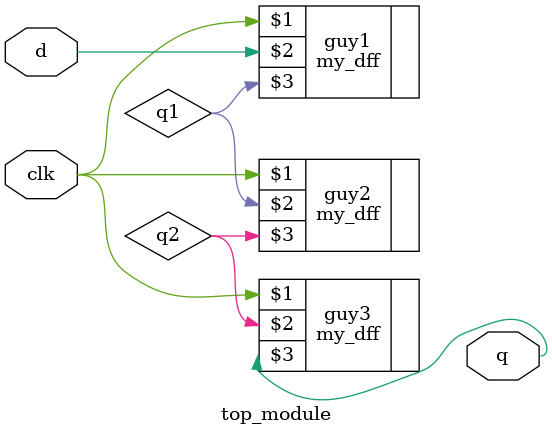
<source format=sv>
module top_module ( input clk, input d, output q );
	wire q1, q2;
    my_dff guy1(clk, d, q1);
    my_dff guy2(clk, q1, q2);
    my_dff guy3(clk, q2, q);
    
endmodule

</source>
